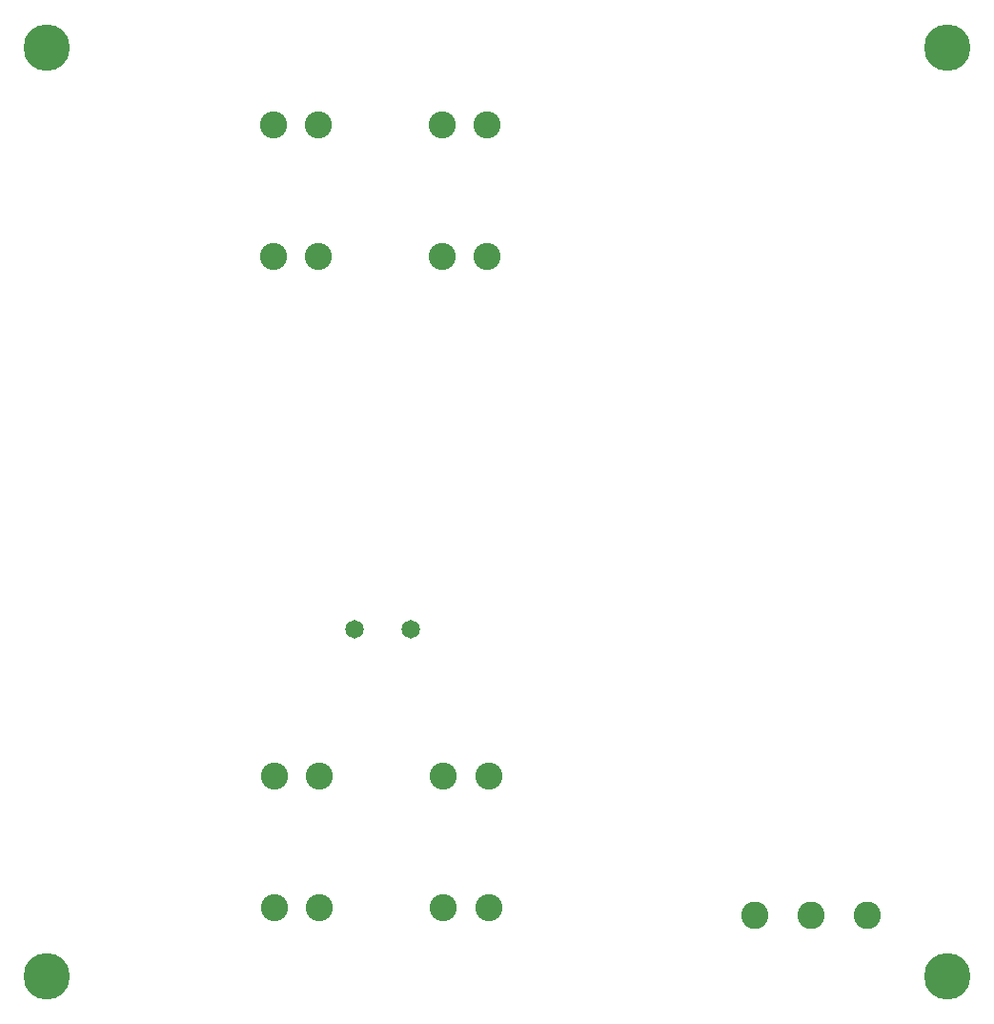
<source format=gbs>
G04*
G04 #@! TF.GenerationSoftware,Altium Limited,Altium Designer,20.1.11 (218)*
G04*
G04 Layer_Color=16711935*
%FSAX25Y25*%
%MOIN*%
G70*
G04*
G04 #@! TF.SameCoordinates,831A3C98-130E-4F96-B11D-56A826E748C0*
G04*
G04*
G04 #@! TF.FilePolarity,Negative*
G04*
G01*
G75*
%ADD68C,0.16248*%
%ADD69C,0.09500*%
%ADD70C,0.09555*%
%ADD71C,0.06500*%
D68*
X0019685Y0344488D02*
D03*
X0334646D02*
D03*
X0019685Y0019685D02*
D03*
X0334646D02*
D03*
D69*
X0115063Y0043685D02*
D03*
X0158370Y0089685D02*
D03*
X0115063D02*
D03*
X0099315D02*
D03*
Y0043685D02*
D03*
X0174118Y0089685D02*
D03*
X0158370Y0043685D02*
D03*
X0174118D02*
D03*
X0157937Y0317315D02*
D03*
X0114630Y0271315D02*
D03*
X0157937D02*
D03*
X0173685D02*
D03*
Y0317315D02*
D03*
X0098882Y0271315D02*
D03*
X0114630Y0317315D02*
D03*
X0098882D02*
D03*
D70*
X0267315Y0041000D02*
D03*
X0306685D02*
D03*
X0287000D02*
D03*
D71*
X0127157Y0141000D02*
D03*
X0146843D02*
D03*
M02*

</source>
